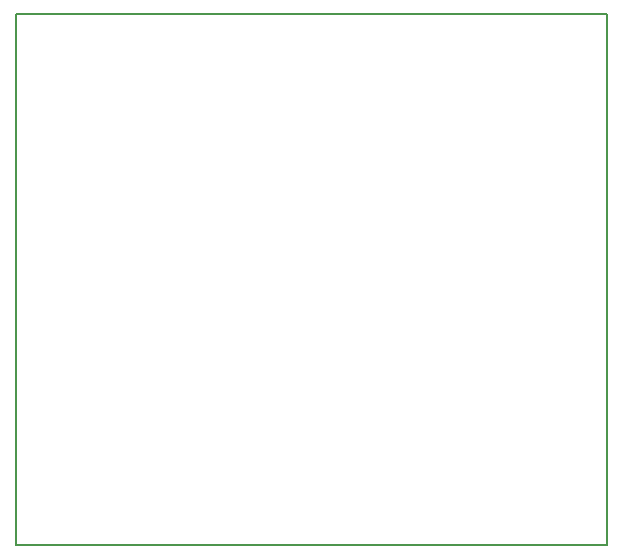
<source format=gm1>
%FSLAX43Y43*%
%MOMM*%
G71*
G01*
G75*
G04 Layer_Color=16711935*
%ADD10R,0.559X0.711*%
%ADD11R,3.650X2.050*%
%ADD12R,1.500X1.400*%
%ADD13R,0.800X0.900*%
%ADD14R,1.050X0.600*%
%ADD15R,3.300X1.100*%
%ADD16R,2.150X0.900*%
%ADD17R,2.150X3.200*%
%ADD18O,2.050X0.600*%
%ADD19O,0.600X2.050*%
%ADD20R,0.900X0.800*%
%ADD21R,1.250X1.950*%
%ADD22R,2.250X2.100*%
%ADD23O,1.550X0.250*%
%ADD24R,0.700X0.900*%
%ADD25R,0.900X0.700*%
%ADD26R,3.000X1.000*%
%ADD27R,0.900X1.000*%
%ADD28R,1.900X2.400*%
%ADD29R,1.900X2.300*%
%ADD30R,1.400X0.400*%
%ADD31C,0.400*%
%ADD32C,0.200*%
%ADD33C,1.500*%
%ADD34R,1.500X1.500*%
%ADD35R,1.500X1.500*%
%ADD36C,5.000*%
%ADD37C,0.600*%
%ADD38C,1.000*%
%ADD39R,0.450X0.900*%
%ADD40R,0.600X1.000*%
%ADD41R,3.300X1.400*%
%ADD42C,0.250*%
%ADD43C,0.600*%
%ADD44C,0.100*%
%ADD45C,0.254*%
%ADD46C,0.203*%
%ADD47R,0.762X0.914*%
%ADD48R,3.853X2.253*%
%ADD49R,1.703X1.603*%
%ADD50R,1.003X1.103*%
%ADD51R,1.253X0.803*%
%ADD52R,3.503X1.303*%
%ADD53R,2.353X1.103*%
%ADD54R,2.353X3.403*%
%ADD55O,2.253X0.803*%
%ADD56O,0.803X2.253*%
%ADD57R,1.103X1.003*%
%ADD58R,1.453X2.153*%
%ADD59R,2.453X2.303*%
%ADD60O,1.753X0.453*%
%ADD61R,0.903X1.103*%
%ADD62R,1.103X0.903*%
%ADD63R,3.203X1.203*%
%ADD64R,1.103X1.203*%
%ADD65R,2.103X2.603*%
%ADD66R,2.103X2.503*%
%ADD67R,1.603X0.603*%
%ADD68C,1.703*%
%ADD69R,1.703X1.703*%
%ADD70R,1.703X1.703*%
%ADD71R,0.653X1.103*%
%ADD72R,0.803X1.203*%
%ADD73R,3.503X1.603*%
G54D32*
X0Y0D02*
X50000D01*
Y45000D01*
X0Y0D02*
Y45000D01*
X44000D02*
X50000D01*
X9000D02*
X41000D01*
X0D02*
X6000D01*
X9000D01*
X41000D02*
X44000D01*
M02*

</source>
